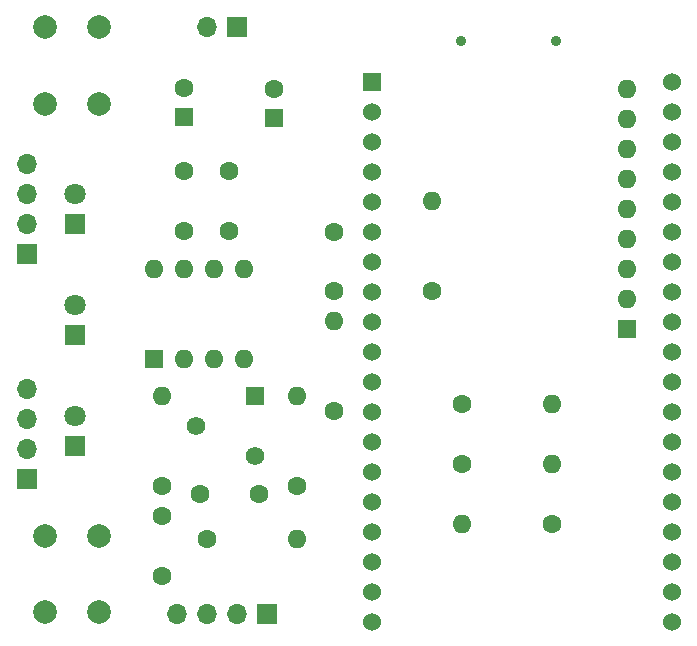
<source format=gbr>
%TF.GenerationSoftware,KiCad,Pcbnew,7.0.10*%
%TF.CreationDate,2024-01-20T13:47:53-06:00*%
%TF.ProjectId,CoCo-FujiNet-Rev00,436f436f-2d46-4756-9a69-4e65742d5265,Rev 00*%
%TF.SameCoordinates,Original*%
%TF.FileFunction,Soldermask,Bot*%
%TF.FilePolarity,Negative*%
%FSLAX46Y46*%
G04 Gerber Fmt 4.6, Leading zero omitted, Abs format (unit mm)*
G04 Created by KiCad (PCBNEW 7.0.10) date 2024-01-20 13:47:53*
%MOMM*%
%LPD*%
G01*
G04 APERTURE LIST*
%ADD10R,1.800000X1.800000*%
%ADD11C,1.800000*%
%ADD12C,2.000000*%
%ADD13R,1.700000X1.700000*%
%ADD14O,1.700000X1.700000*%
%ADD15C,1.600000*%
%ADD16O,1.600000X1.600000*%
%ADD17R,1.530000X1.530000*%
%ADD18C,1.530000*%
%ADD19R,1.600000X1.600000*%
%ADD20C,0.900000*%
%ADD21R,1.560000X1.560000*%
%ADD22C,1.560000*%
G04 APERTURE END LIST*
D10*
%TO.C,D1*%
X134874000Y-73025000D03*
D11*
X134874000Y-70485000D03*
%TD*%
D12*
%TO.C,SW1*%
X136906000Y-56388000D03*
X136906000Y-62888000D03*
X132406000Y-56388000D03*
X132406000Y-62888000D03*
%TD*%
D13*
%TO.C,J1*%
X130810000Y-75565000D03*
D14*
X130810000Y-73025000D03*
X130810000Y-70485000D03*
X130810000Y-67945000D03*
%TD*%
D13*
%TO.C,J2*%
X130810000Y-94615000D03*
D14*
X130810000Y-92075000D03*
X130810000Y-89535000D03*
X130810000Y-86995000D03*
%TD*%
D15*
%TO.C,R17*%
X153670000Y-95250000D03*
D16*
X153670000Y-87630000D03*
%TD*%
D13*
%TO.C,J4*%
X148590000Y-56388000D03*
D14*
X146050000Y-56388000D03*
%TD*%
D10*
%TO.C,D3*%
X134874000Y-91821000D03*
D11*
X134874000Y-89281000D03*
%TD*%
D15*
%TO.C,C6*%
X147955000Y-73580000D03*
X147955000Y-68580000D03*
%TD*%
D17*
%TO.C,U2*%
X160020000Y-60970000D03*
D18*
X160020000Y-63510000D03*
X160020000Y-66050000D03*
X160020000Y-68590000D03*
X160020000Y-71130000D03*
X160020000Y-73670000D03*
X160020000Y-76210000D03*
X160020000Y-78750000D03*
X160020000Y-81290000D03*
X160020000Y-83830000D03*
X160020000Y-86370000D03*
X160020000Y-88910000D03*
X160020000Y-91450000D03*
X160020000Y-93990000D03*
X160020000Y-96530000D03*
X160020000Y-99070000D03*
X160020000Y-101610000D03*
X160020000Y-104150000D03*
X160020000Y-106690000D03*
X185420000Y-106690000D03*
X185420000Y-104150000D03*
X185420000Y-101610000D03*
X185420000Y-99070000D03*
X185420000Y-96530000D03*
X185420000Y-93990000D03*
X185420000Y-91450000D03*
X185420000Y-88910000D03*
X185420000Y-86370000D03*
X185420000Y-83830000D03*
X185420000Y-81290000D03*
X185420000Y-78750000D03*
X185420000Y-76210000D03*
X185420000Y-73670000D03*
X185420000Y-71130000D03*
X185420000Y-68590000D03*
X185420000Y-66050000D03*
X185420000Y-63510000D03*
X185420000Y-60970000D03*
%TD*%
D15*
%TO.C,R9*%
X167640000Y-93345000D03*
D16*
X175260000Y-93345000D03*
%TD*%
D13*
%TO.C,J3*%
X151130000Y-106045000D03*
D14*
X148590000Y-106045000D03*
X146050000Y-106045000D03*
X143510000Y-106045000D03*
%TD*%
D15*
%TO.C,R7*%
X146050000Y-99695000D03*
D16*
X153670000Y-99695000D03*
%TD*%
D15*
%TO.C,R11*%
X167640000Y-88265000D03*
D16*
X175260000Y-88265000D03*
%TD*%
D19*
%TO.C,C7*%
X151765000Y-64095000D03*
D15*
X151765000Y-61595000D03*
%TD*%
D12*
%TO.C,SW2*%
X136906000Y-99418000D03*
X136906000Y-105918000D03*
X132406000Y-99418000D03*
X132406000Y-105918000D03*
%TD*%
D19*
%TO.C,RN1*%
X181610000Y-81915000D03*
D16*
X181610000Y-79375000D03*
X181610000Y-76835000D03*
X181610000Y-74295000D03*
X181610000Y-71755000D03*
X181610000Y-69215000D03*
X181610000Y-66675000D03*
X181610000Y-64135000D03*
X181610000Y-61595000D03*
%TD*%
D15*
%TO.C,R13*%
X165100000Y-78740000D03*
D16*
X165100000Y-71120000D03*
%TD*%
D15*
%TO.C,C4*%
X142240000Y-97790000D03*
X142240000Y-102790000D03*
%TD*%
D10*
%TO.C,D2*%
X134874000Y-82423000D03*
D11*
X134874000Y-79883000D03*
%TD*%
D19*
%TO.C,C2*%
X144145000Y-64007380D03*
D15*
X144145000Y-61507380D03*
%TD*%
%TO.C,C5*%
X144145000Y-68580000D03*
X144145000Y-73580000D03*
%TD*%
%TO.C,C8*%
X156845000Y-78740000D03*
X156845000Y-73740000D03*
%TD*%
D20*
%TO.C,P1*%
X175612600Y-57491800D03*
X167612600Y-57491800D03*
%TD*%
D21*
%TO.C,RV1*%
X150114000Y-87630000D03*
D22*
X145114000Y-90130000D03*
X150114000Y-92630000D03*
%TD*%
D15*
%TO.C,R12*%
X156845000Y-88900000D03*
D16*
X156845000Y-81280000D03*
%TD*%
D15*
%TO.C,R8*%
X142240000Y-95250000D03*
D16*
X142240000Y-87630000D03*
%TD*%
D15*
%TO.C,C3*%
X145455000Y-95885000D03*
X150455000Y-95885000D03*
%TD*%
D19*
%TO.C,U1*%
X141605000Y-84445000D03*
D16*
X144145000Y-84445000D03*
X146685000Y-84445000D03*
X149225000Y-84445000D03*
X149225000Y-76825000D03*
X146685000Y-76825000D03*
X144145000Y-76825000D03*
X141605000Y-76825000D03*
%TD*%
D15*
%TO.C,R10*%
X175260000Y-98425000D03*
D16*
X167640000Y-98425000D03*
%TD*%
M02*

</source>
